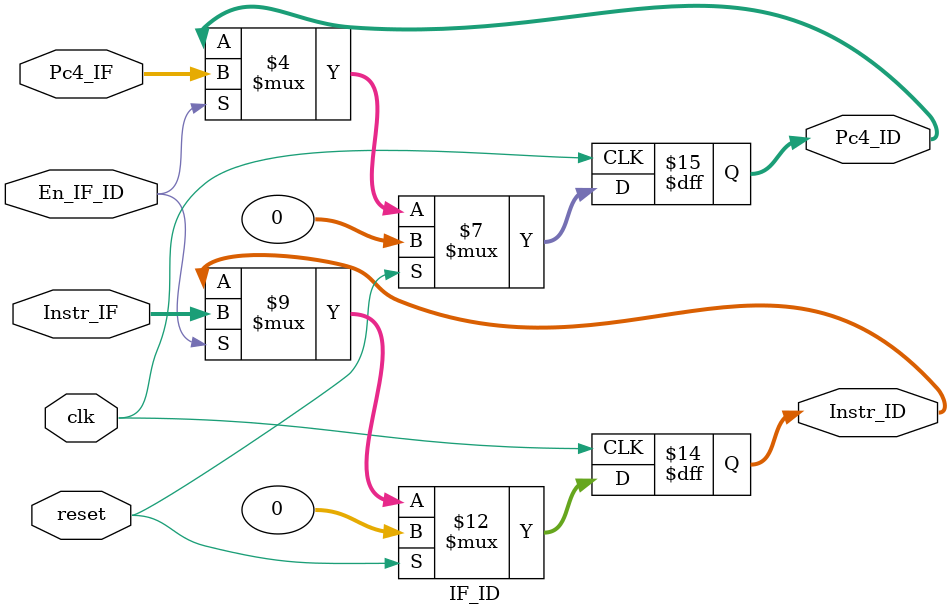
<source format=v>
module IF_ID(
    input clk,
    input En_IF_ID,
    input reset,
    input [31:0] Instr_IF,                  // IM ->
    input [31:0] Pc4_IF,                    // Add4 ->
    output reg [31:0] Instr_ID,             // -> ID/EX
    output reg [31:0] Pc4_ID                // -> ID/EX
);
    always @(posedge clk) begin
        if (reset == 1'b1) begin
            Instr_ID <= 32'h0000_0000;
            Pc4_ID <= 32'h0000_0000;
        end
        else begin
            if (En_IF_ID == 1'b1) begin
                Instr_ID <= Instr_IF;
                Pc4_ID <= Pc4_IF;
            end
        end
    end
endmodule //IF_ID

</source>
